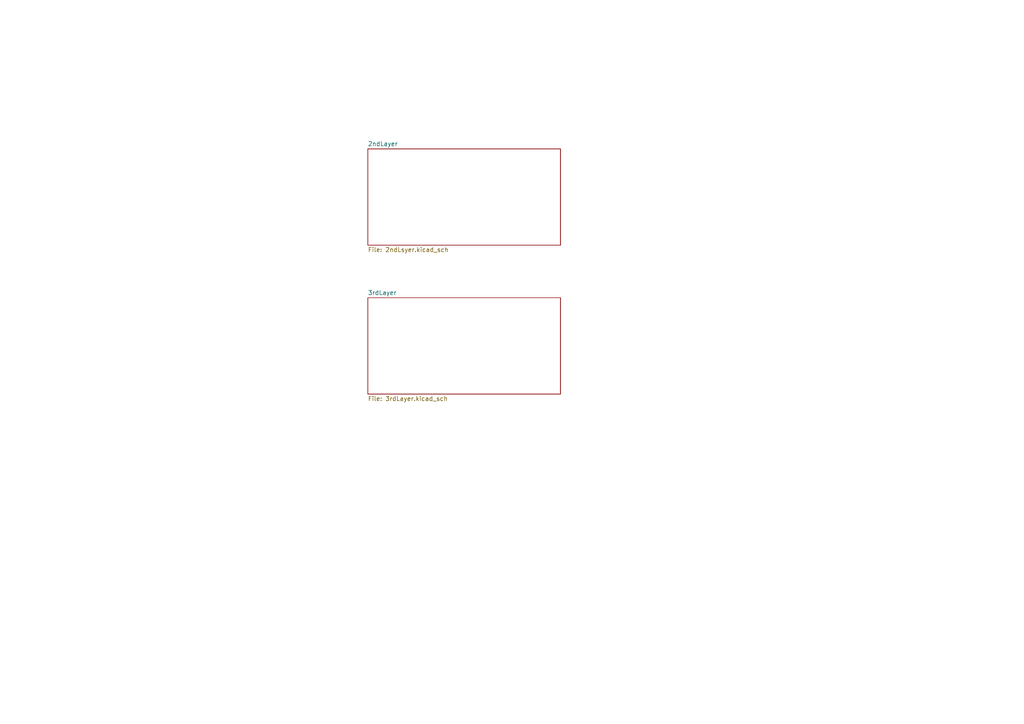
<source format=kicad_sch>
(kicad_sch (version 20230121) (generator eeschema)
  (paper "A4")
  (lib_symbols)
  (sheet (at 106.68 86.36) (size 55.88 27.94) (stroke (width 0.1524))
    (property "Sheetname" "3rdLayer" (at 106.68 85.6484 0) (effects (justify left bottom)))
    (property "Sheetfile" "3rdLayer.kicad_sch" (at 106.68 114.8846 0) (effects (justify left top)))
  )
  (sheet (at 106.68 43.18) (size 55.88 27.94) (stroke (width 0.1524))
    (property "Sheetname" "2ndLayer" (at 106.68 42.4684 0) (effects (justify left bottom)))
    (property "Sheetfile" "2ndLsyer.kicad_sch" (at 106.68 71.7046 0) (effects (justify left top)))
  )
)
</source>
